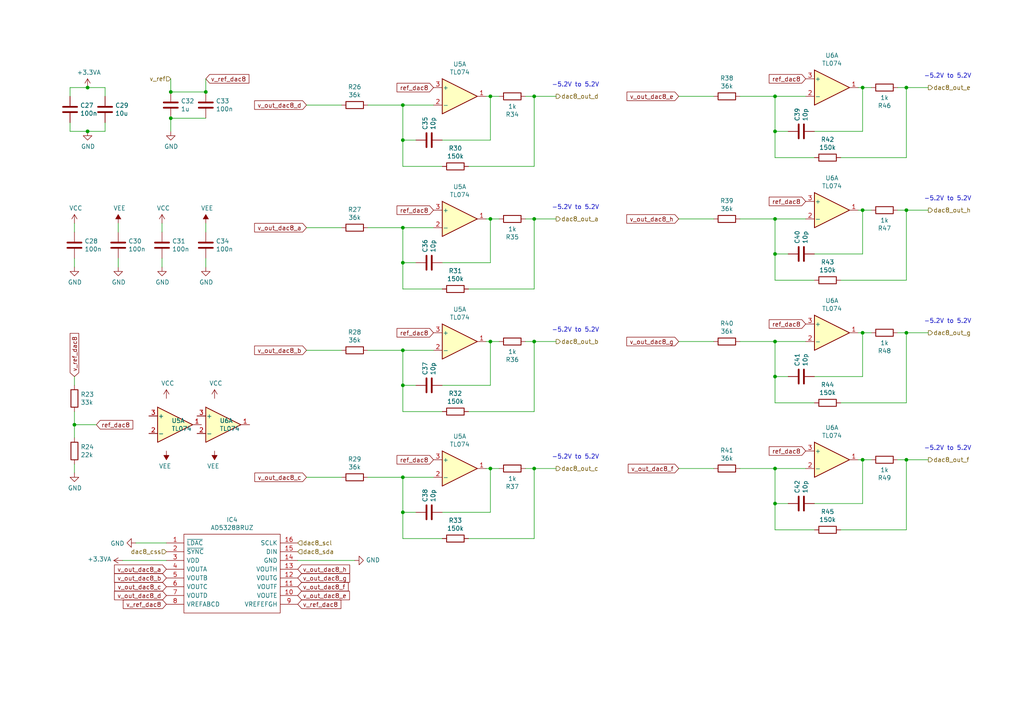
<source format=kicad_sch>
(kicad_sch (version 20211123) (generator eeschema)
  (paper "A4")
  (lib_symbols
    (symbol "AD5328BRUZ:AD5328BRUZ" (pin_names (offset 0.762))
      (property "Reference" "IC" (at 34.29 7.62 0))
      (property "Value" "AD5328BRUZ" (at 34.29 5.08 0))
      (symbol "AD5328BRUZ_0_0"
        (pin passive line (at 0 0 0) (length 5.08) (name "~{LDAC}") (number "1"))
        (pin passive line (at 38.1 -15.24 180) (length 5.08) (name "VOUTE") (number "10"))
        (pin passive line (at 38.1 -12.7 180) (length 5.08) (name "VOUTF") (number "11"))
        (pin passive line (at 38.1 -10.16 180) (length 5.08) (name "VOUTG") (number "12"))
        (pin passive line (at 38.1 -7.62 180) (length 5.08) (name "VOUTH") (number "13"))
        (pin passive line (at 38.1 -5.08 180) (length 5.08) (name "GND") (number "14"))
        (pin passive line (at 38.1 -2.54 180) (length 5.08) (name "DIN") (number "15"))
        (pin passive line (at 38.1 0 180) (length 5.08) (name "SCLK") (number "16"))
        (pin passive line (at 0 -2.54 0) (length 5.08) (name "~{SYNC}") (number "2"))
        (pin passive line (at 0 -5.08 0) (length 5.08) (name "VDD") (number "3"))
        (pin passive line (at 0 -7.62 0) (length 5.08) (name "VOUTA") (number "4"))
        (pin passive line (at 0 -10.16 0) (length 5.08) (name "VOUTB") (number "5"))
        (pin passive line (at 0 -12.7 0) (length 5.08) (name "VOUTC") (number "6"))
        (pin passive line (at 0 -15.24 0) (length 5.08) (name "VOUTD") (number "7"))
        (pin passive line (at 0 -17.78 0) (length 5.08) (name "VREFABCD") (number "8"))
        (pin passive line (at 38.1 -17.78 180) (length 5.08) (name "VREFEFGH") (number "9"))
      )
      (symbol "AD5328BRUZ_0_1"
        (polyline (pts (xy 5.08 2.54) (xy 33.02 2.54) (xy 33.02 -20.32) (xy 5.08 -20.32) (xy 5.08 2.54)) (stroke (width 0.1524)))
      )
    )
    (symbol "Amplifier_Operational:TL074" (pin_names (offset 0.127))
      (property "Reference" "U" (at 0 5.08 0))
      (property "Value" "TL074" (at 0 -5.08 0))
      (symbol "TL074_1_1"
        (polyline (pts (xy -5.08 5.08) (xy 5.08 0) (xy -5.08 -5.08) (xy -5.08 5.08)) (stroke (width 0.254)) (fill (type background)))
        (pin output line (at 7.62 0 180) (length 2.54) (name "~") (number "1"))
        (pin input line (at -7.62 -2.54 0) (length 2.54) (name "-") (number "2"))
        (pin input line (at -7.62 2.54 0) (length 2.54) (name "+") (number "3"))
      )
      (symbol "TL074_2_1"
        (polyline (pts (xy -5.08 5.08) (xy 5.08 0) (xy -5.08 -5.08) (xy -5.08 5.08)) (stroke (width 0.254)) (fill (type background)))
        (pin input line (at -7.62 2.54 0) (length 2.54) (name "+") (number "5"))
        (pin input line (at -7.62 -2.54 0) (length 2.54) (name "-") (number "6"))
        (pin output line (at 7.62 0 180) (length 2.54) (name "~") (number "7"))
      )
      (symbol "TL074_3_1"
        (polyline (pts (xy -5.08 5.08) (xy 5.08 0) (xy -5.08 -5.08) (xy -5.08 5.08)) (stroke (width 0.254)) (fill (type background)))
        (pin input line (at -7.62 2.54 0) (length 2.54) (name "+") (number "10"))
        (pin output line (at 7.62 0 180) (length 2.54) (name "~") (number "8"))
        (pin input line (at -7.62 -2.54 0) (length 2.54) (name "-") (number "9"))
      )
      (symbol "TL074_4_1"
        (polyline (pts (xy -5.08 5.08) (xy 5.08 0) (xy -5.08 -5.08) (xy -5.08 5.08)) (stroke (width 0.254)) (fill (type background)))
        (pin input line (at -7.62 2.54 0) (length 2.54) (name "+") (number "12"))
        (pin input line (at -7.62 -2.54 0) (length 2.54) (name "-") (number "13"))
        (pin output line (at 7.62 0 180) (length 2.54) (name "~") (number "14"))
      )
      (symbol "TL074_5_1"
        (pin power_in line (at -2.54 -7.62 90) (length 3.81) (name "V-") (number "11"))
        (pin power_in line (at -2.54 7.62 270) (length 3.81) (name "V+") (number "4"))
      )
    )
    (symbol "Device:C" (pin_numbers hide) (pin_names (offset 0.254))
      (property "Reference" "C" (at 0.635 2.54 0))
      (property "Value" "C" (at 0.635 -2.54 0))
      (symbol "C_0_1"
        (polyline (pts (xy -2.032 -0.762) (xy 2.032 -0.762)) (stroke (width 0.508)))
        (polyline (pts (xy -2.032 0.762) (xy 2.032 0.762)) (stroke (width 0.508)))
      )
      (symbol "C_1_1"
        (pin passive line (at 0 3.81 270) (length 2.794) (name "~") (number "1"))
        (pin passive line (at 0 -3.81 90) (length 2.794) (name "~") (number "2"))
      )
    )
    (symbol "Device:R" (pin_numbers hide) (pin_names (offset 0))
      (property "Reference" "R" (at 2.032 0 90))
      (property "Value" "R" (at 0 0 90))
      (symbol "R_0_1"
        (rectangle (start -1.016 -2.54) (end 1.016 2.54) (stroke (width 0.254)))
      )
      (symbol "R_1_1"
        (pin passive line (at 0 3.81 270) (length 1.27) (name "~") (number "1"))
        (pin passive line (at 0 -3.81 90) (length 1.27) (name "~") (number "2"))
      )
    )
    (symbol "power:+3.3VA" (power) (pin_names (offset 0))
      (property "Value" "+3.3VA" (at 0 3.556 0))
      (symbol "+3.3VA_0_1"
        (polyline (pts (xy -0.762 1.27) (xy 0 2.54)))
        (polyline (pts (xy 0 0) (xy 0 2.54)))
        (polyline (pts (xy 0 2.54) (xy 0.762 1.27)))
      )
      (symbol "+3.3VA_1_1"
        (pin power_in line (at 0 0 90) (length 0) hide (name "+3.3VA") (number "1"))
      )
    )
    (symbol "power:GND" (power) (pin_names (offset 0))
      (property "Value" "GND" (at 0 -3.81 0))
      (symbol "GND_0_1"
        (polyline (pts (xy 0 0) (xy 0 -1.27) (xy 1.27 -1.27) (xy 0 -2.54) (xy -1.27 -1.27) (xy 0 -1.27)))
      )
      (symbol "GND_1_1"
        (pin power_in line (at 0 0 270) (length 0) hide (name "GND") (number "1"))
      )
    )
    (symbol "power:VCC" (power) (pin_names (offset 0))
      (property "Value" "VCC" (at 0 3.81 0))
      (symbol "VCC_0_1"
        (polyline (pts (xy -0.762 1.27) (xy 0 2.54)))
        (polyline (pts (xy 0 0) (xy 0 2.54)))
        (polyline (pts (xy 0 2.54) (xy 0.762 1.27)))
      )
      (symbol "VCC_1_1"
        (pin power_in line (at 0 0 90) (length 0) hide (name "VCC") (number "1"))
      )
    )
    (symbol "power:VEE" (power) (pin_names (offset 0))
      (property "Value" "VEE" (at 0 3.81 0))
      (symbol "VEE_0_1"
        (polyline (pts (xy 0 0) (xy 0 2.54)))
        (polyline (pts (xy 0.762 1.27) (xy -0.762 1.27) (xy 0 2.54) (xy 0.762 1.27)) (fill (type outline)))
      )
      (symbol "VEE_1_1"
        (pin power_in line (at 0 0 90) (length 0) hide (name "VEE") (number "1"))
      )
    )
  )
  (junction (at 154.94 63.5))
  (junction (at 116.84 66.04))
  (junction (at 25.4 25.4))
  (junction (at 224.79 38.1))
  (junction (at 25.4 38.1))
  (junction (at 154.94 27.94))
  (junction (at 21.59 123.19))
  (junction (at 142.24 27.94))
  (junction (at 154.94 135.89))
  (junction (at 250.19 25.4))
  (junction (at 116.84 111.76))
  (junction (at 142.24 135.89))
  (junction (at 116.84 148.59))
  (junction (at 154.94 99.06))
  (junction (at 142.24 99.06))
  (junction (at 142.24 63.5))
  (junction (at 116.84 138.43))
  (junction (at 59.69 26.67))
  (junction (at 49.53 26.67))
  (junction (at 250.19 60.96))
  (junction (at 224.79 146.05))
  (junction (at 262.89 96.52))
  (junction (at 224.79 27.94))
  (junction (at 224.79 63.5))
  (junction (at 224.79 73.66))
  (junction (at 250.19 96.52))
  (junction (at 262.89 25.4))
  (junction (at 116.84 40.64))
  (junction (at 224.79 109.22))
  (junction (at 224.79 135.89))
  (junction (at 116.84 76.2))
  (junction (at 116.84 30.48))
  (junction (at 262.89 60.96))
  (junction (at 250.19 133.35))
  (junction (at 262.89 133.35))
  (junction (at 116.84 101.6))
  (junction (at 224.79 99.06))
  (junction (at 49.53 34.29))
  (wire (pts (xy 236.22 116.84) (xy 224.79 116.84)))
  (wire (pts (xy 116.84 40.64) (xy 116.84 48.26)))
  (wire (pts (xy 46.99 67.31) (xy 46.99 64.77)))
  (wire (pts (xy 252.73 60.96) (xy 250.19 60.96)))
  (wire (pts (xy 224.79 63.5) (xy 233.68 63.5)))
  (wire (pts (xy 142.24 63.5) (xy 140.97 63.5)))
  (wire (pts (xy 262.89 116.84) (xy 243.84 116.84)))
  (wire (pts (xy 154.94 27.94) (xy 154.94 48.26)))
  (wire (pts (xy 224.79 27.94) (xy 233.68 27.94)))
  (wire (pts (xy 152.4 63.5) (xy 154.94 63.5)))
  (wire (pts (xy 236.22 73.66) (xy 250.19 73.66)))
  (wire (pts (xy 99.06 101.6) (xy 88.9 101.6)))
  (wire (pts (xy 260.35 25.4) (xy 262.89 25.4)))
  (wire (pts (xy 99.06 138.43) (xy 88.9 138.43)))
  (wire (pts (xy 252.73 133.35) (xy 250.19 133.35)))
  (wire (pts (xy 116.84 66.04) (xy 116.84 76.2)))
  (wire (pts (xy 154.94 135.89) (xy 161.29 135.89)))
  (wire (pts (xy 250.19 60.96) (xy 248.92 60.96)))
  (wire (pts (xy 224.79 73.66) (xy 224.79 81.28)))
  (wire (pts (xy 21.59 123.19) (xy 21.59 119.38)))
  (wire (pts (xy 207.01 63.5) (xy 196.85 63.5)))
  (wire (pts (xy 154.94 99.06) (xy 161.29 99.06)))
  (wire (pts (xy 99.06 30.48) (xy 88.9 30.48)))
  (wire (pts (xy 224.79 73.66) (xy 228.6 73.66)))
  (wire (pts (xy 236.22 81.28) (xy 224.79 81.28)))
  (wire (pts (xy 116.84 138.43) (xy 116.84 148.59)))
  (wire (pts (xy 128.27 40.64) (xy 142.24 40.64)))
  (wire (pts (xy 154.94 48.26) (xy 135.89 48.26)))
  (wire (pts (xy 262.89 45.72) (xy 243.84 45.72)))
  (wire (pts (xy 250.19 38.1) (xy 250.19 25.4)))
  (wire (pts (xy 49.53 34.29) (xy 59.69 34.29)))
  (wire (pts (xy 224.79 109.22) (xy 228.6 109.22)))
  (wire (pts (xy 262.89 133.35) (xy 262.89 153.67)))
  (wire (pts (xy 224.79 99.06) (xy 233.68 99.06)))
  (wire (pts (xy 46.99 77.47) (xy 46.99 74.93)))
  (wire (pts (xy 21.59 109.22) (xy 21.59 111.76)))
  (wire (pts (xy 224.79 99.06) (xy 224.79 109.22)))
  (wire (pts (xy 236.22 109.22) (xy 250.19 109.22)))
  (wire (pts (xy 116.84 138.43) (xy 125.73 138.43)))
  (wire (pts (xy 250.19 96.52) (xy 248.92 96.52)))
  (wire (pts (xy 154.94 63.5) (xy 161.29 63.5)))
  (wire (pts (xy 21.59 67.31) (xy 21.59 64.77)))
  (wire (pts (xy 152.4 27.94) (xy 154.94 27.94)))
  (wire (pts (xy 128.27 83.82) (xy 116.84 83.82)))
  (wire (pts (xy 128.27 119.38) (xy 116.84 119.38)))
  (wire (pts (xy 144.78 99.06) (xy 142.24 99.06)))
  (wire (pts (xy 25.4 25.4) (xy 20.32 25.4)))
  (wire (pts (xy 116.84 76.2) (xy 120.65 76.2)))
  (wire (pts (xy 236.22 38.1) (xy 250.19 38.1)))
  (wire (pts (xy 224.79 135.89) (xy 233.68 135.89)))
  (wire (pts (xy 59.69 22.86) (xy 59.69 26.67)))
  (wire (pts (xy 262.89 81.28) (xy 243.84 81.28)))
  (wire (pts (xy 260.35 133.35) (xy 262.89 133.35)))
  (wire (pts (xy 116.84 66.04) (xy 125.73 66.04)))
  (wire (pts (xy 34.29 77.47) (xy 34.29 74.93)))
  (wire (pts (xy 224.79 135.89) (xy 224.79 146.05)))
  (wire (pts (xy 262.89 96.52) (xy 262.89 116.84)))
  (wire (pts (xy 252.73 96.52) (xy 250.19 96.52)))
  (wire (pts (xy 152.4 135.89) (xy 154.94 135.89)))
  (wire (pts (xy 116.84 101.6) (xy 125.73 101.6)))
  (wire (pts (xy 21.59 127) (xy 21.59 123.19)))
  (wire (pts (xy 250.19 25.4) (xy 248.92 25.4)))
  (wire (pts (xy 224.79 38.1) (xy 228.6 38.1)))
  (wire (pts (xy 142.24 148.59) (xy 142.24 135.89)))
  (wire (pts (xy 34.29 67.31) (xy 34.29 64.77)))
  (wire (pts (xy 236.22 153.67) (xy 224.79 153.67)))
  (wire (pts (xy 49.53 26.67) (xy 59.69 26.67)))
  (wire (pts (xy 39.37 157.48) (xy 48.26 157.48)))
  (wire (pts (xy 116.84 30.48) (xy 125.73 30.48)))
  (wire (pts (xy 250.19 133.35) (xy 248.92 133.35)))
  (wire (pts (xy 142.24 27.94) (xy 140.97 27.94)))
  (wire (pts (xy 144.78 135.89) (xy 142.24 135.89)))
  (wire (pts (xy 214.63 63.5) (xy 224.79 63.5)))
  (wire (pts (xy 224.79 38.1) (xy 224.79 45.72)))
  (wire (pts (xy 152.4 99.06) (xy 154.94 99.06)))
  (wire (pts (xy 214.63 135.89) (xy 224.79 135.89)))
  (wire (pts (xy 49.53 22.86) (xy 49.53 26.67)))
  (wire (pts (xy 142.24 40.64) (xy 142.24 27.94)))
  (wire (pts (xy 106.68 101.6) (xy 116.84 101.6)))
  (wire (pts (xy 142.24 99.06) (xy 140.97 99.06)))
  (wire (pts (xy 35.56 162.56) (xy 48.26 162.56)))
  (wire (pts (xy 262.89 133.35) (xy 269.24 133.35)))
  (wire (pts (xy 86.36 162.56) (xy 102.87 162.56)))
  (wire (pts (xy 250.19 109.22) (xy 250.19 96.52)))
  (wire (pts (xy 25.4 25.4) (xy 30.48 25.4)))
  (wire (pts (xy 142.24 135.89) (xy 140.97 135.89)))
  (wire (pts (xy 224.79 109.22) (xy 224.79 116.84)))
  (wire (pts (xy 154.94 156.21) (xy 135.89 156.21)))
  (wire (pts (xy 116.84 148.59) (xy 116.84 156.21)))
  (wire (pts (xy 207.01 135.89) (xy 196.85 135.89)))
  (wire (pts (xy 224.79 63.5) (xy 224.79 73.66)))
  (wire (pts (xy 252.73 25.4) (xy 250.19 25.4)))
  (wire (pts (xy 260.35 96.52) (xy 262.89 96.52)))
  (wire (pts (xy 116.84 40.64) (xy 120.65 40.64)))
  (wire (pts (xy 262.89 96.52) (xy 269.24 96.52)))
  (wire (pts (xy 128.27 111.76) (xy 142.24 111.76)))
  (wire (pts (xy 224.79 146.05) (xy 228.6 146.05)))
  (wire (pts (xy 59.69 77.47) (xy 59.69 74.93)))
  (wire (pts (xy 262.89 25.4) (xy 269.24 25.4)))
  (wire (pts (xy 154.94 135.89) (xy 154.94 156.21)))
  (wire (pts (xy 106.68 66.04) (xy 116.84 66.04)))
  (wire (pts (xy 30.48 25.4) (xy 30.48 27.94)))
  (wire (pts (xy 59.69 67.31) (xy 59.69 64.77)))
  (wire (pts (xy 144.78 27.94) (xy 142.24 27.94)))
  (wire (pts (xy 250.19 146.05) (xy 250.19 133.35)))
  (wire (pts (xy 106.68 138.43) (xy 116.84 138.43)))
  (wire (pts (xy 116.84 148.59) (xy 120.65 148.59)))
  (wire (pts (xy 21.59 77.47) (xy 21.59 74.93)))
  (wire (pts (xy 116.84 101.6) (xy 116.84 111.76)))
  (wire (pts (xy 262.89 25.4) (xy 262.89 45.72)))
  (wire (pts (xy 262.89 153.67) (xy 243.84 153.67)))
  (wire (pts (xy 154.94 119.38) (xy 135.89 119.38)))
  (wire (pts (xy 99.06 66.04) (xy 88.9 66.04)))
  (wire (pts (xy 128.27 156.21) (xy 116.84 156.21)))
  (wire (pts (xy 214.63 99.06) (xy 224.79 99.06)))
  (wire (pts (xy 116.84 30.48) (xy 116.84 40.64)))
  (wire (pts (xy 25.4 38.1) (xy 30.48 38.1)))
  (wire (pts (xy 20.32 38.1) (xy 20.32 35.56)))
  (wire (pts (xy 142.24 111.76) (xy 142.24 99.06)))
  (wire (pts (xy 49.53 34.29) (xy 49.53 38.1)))
  (wire (pts (xy 142.24 76.2) (xy 142.24 63.5)))
  (wire (pts (xy 262.89 60.96) (xy 262.89 81.28)))
  (wire (pts (xy 116.84 76.2) (xy 116.84 83.82)))
  (wire (pts (xy 30.48 38.1) (xy 30.48 35.56)))
  (wire (pts (xy 128.27 148.59) (xy 142.24 148.59)))
  (wire (pts (xy 116.84 111.76) (xy 120.65 111.76)))
  (wire (pts (xy 154.94 83.82) (xy 135.89 83.82)))
  (wire (pts (xy 25.4 38.1) (xy 20.32 38.1)))
  (wire (pts (xy 250.19 73.66) (xy 250.19 60.96)))
  (wire (pts (xy 214.63 27.94) (xy 224.79 27.94)))
  (wire (pts (xy 128.27 76.2) (xy 142.24 76.2)))
  (wire (pts (xy 116.84 111.76) (xy 116.84 119.38)))
  (wire (pts (xy 144.78 63.5) (xy 142.24 63.5)))
  (wire (pts (xy 154.94 27.94) (xy 161.29 27.94)))
  (wire (pts (xy 21.59 123.19) (xy 27.94 123.19)))
  (wire (pts (xy 224.79 27.94) (xy 224.79 38.1)))
  (wire (pts (xy 262.89 60.96) (xy 269.24 60.96)))
  (wire (pts (xy 154.94 63.5) (xy 154.94 83.82)))
  (wire (pts (xy 236.22 45.72) (xy 224.79 45.72)))
  (wire (pts (xy 154.94 99.06) (xy 154.94 119.38)))
  (wire (pts (xy 260.35 60.96) (xy 262.89 60.96)))
  (wire (pts (xy 207.01 27.94) (xy 196.85 27.94)))
  (wire (pts (xy 20.32 25.4) (xy 20.32 27.94)))
  (wire (pts (xy 207.01 99.06) (xy 196.85 99.06)))
  (wire (pts (xy 236.22 146.05) (xy 250.19 146.05)))
  (wire (pts (xy 106.68 30.48) (xy 116.84 30.48)))
  (wire (pts (xy 21.59 134.62) (xy 21.59 137.16)))
  (wire (pts (xy 128.27 48.26) (xy 116.84 48.26)))
  (wire (pts (xy 224.79 146.05) (xy 224.79 153.67)))
  (text "-5.2V to 5.2V" (at 160.02 133.35 0) (effects (font (size 1.27 1.27)) (justify left bottom)))
  (text "-5.2V to 5.2V" (at 160.02 96.52 0) (effects (font (size 1.27 1.27)) (justify left bottom)))
  (text "-5.2V to 5.2V" (at 160.02 60.96 0) (effects (font (size 1.27 1.27)) (justify left bottom)))
  (text "-5.2V to 5.2V" (at 267.97 93.98 0) (effects (font (size 1.27 1.27)) (justify left bottom)))
  (text "-5.2V to 5.2V" (at 267.97 130.81 0) (effects (font (size 1.27 1.27)) (justify left bottom)))
  (text "-5.2V to 5.2V" (at 267.97 22.86 0) (effects (font (size 1.27 1.27)) (justify left bottom)))
  (text "-5.2V to 5.2V" (at 160.02 25.4 0) (effects (font (size 1.27 1.27)) (justify left bottom)))
  (text "-5.2V to 5.2V" (at 267.97 58.42 0) (effects (font (size 1.27 1.27)) (justify left bottom)))
  (global_label "v_out_dac8_c" (shape input) (at 88.9 138.43 180) (property "Intersheet References" "${INTERSHEET_REFS}" (effects hide)))
  (global_label "v_out_dac8_g" (shape input) (at 86.36 167.64 0) (property "Intersheet References" "${INTERSHEET_REFS}" (effects hide)))
  (global_label "v_out_dac8_a" (shape input) (at 48.26 165.1 180) (property "Intersheet References" "${INTERSHEET_REFS}" (effects hide)))
  (global_label "v_out_dac8_e" (shape input) (at 196.85 27.94 180) (property "Intersheet References" "${INTERSHEET_REFS}" (effects hide)))
  (global_label "v_ref_dac8" (shape input) (at 86.36 175.26 0) (property "Intersheet References" "${INTERSHEET_REFS}" (effects hide)))
  (global_label "v_out_dac8_b" (shape input) (at 48.26 167.64 180) (property "Intersheet References" "${INTERSHEET_REFS}" (effects hide)))
  (global_label "v_out_dac8_b" (shape input) (at 88.9 101.6 180) (property "Intersheet References" "${INTERSHEET_REFS}" (effects hide)))
  (global_label "ref_dac8" (shape input) (at 125.73 133.35 180) (property "Intersheet References" "${INTERSHEET_REFS}" (effects hide)))
  (global_label "v_out_dac8_d" (shape input) (at 88.9 30.48 180) (property "Intersheet References" "${INTERSHEET_REFS}" (effects hide)))
  (global_label "ref_dac8" (shape input) (at 233.68 130.81 180) (property "Intersheet References" "${INTERSHEET_REFS}" (effects hide)))
  (global_label "v_out_dac8_a" (shape input) (at 88.9 66.04 180) (property "Intersheet References" "${INTERSHEET_REFS}" (effects hide)))
  (global_label "ref_dac8" (shape input) (at 233.68 58.42 180) (property "Intersheet References" "${INTERSHEET_REFS}" (effects hide)))
  (global_label "ref_dac8" (shape input) (at 233.68 93.98 180) (property "Intersheet References" "${INTERSHEET_REFS}" (effects hide)))
  (global_label "ref_dac8" (shape input) (at 125.73 60.96 180) (property "Intersheet References" "${INTERSHEET_REFS}" (effects hide)))
  (global_label "ref_dac8" (shape input) (at 125.73 96.52 180) (property "Intersheet References" "${INTERSHEET_REFS}" (effects hide)))
  (global_label "v_out_dac8_c" (shape input) (at 48.26 170.18 180) (property "Intersheet References" "${INTERSHEET_REFS}" (effects hide)))
  (global_label "ref_dac8" (shape input) (at 233.68 22.86 180) (property "Intersheet References" "${INTERSHEET_REFS}" (effects hide)))
  (global_label "v_out_dac8_e" (shape input) (at 86.36 172.72 0) (property "Intersheet References" "${INTERSHEET_REFS}" (effects hide)))
  (global_label "v_out_dac8_f" (shape input) (at 86.36 170.18 0) (property "Intersheet References" "${INTERSHEET_REFS}" (effects hide)))
  (global_label "v_ref_dac8" (shape input) (at 48.26 175.26 180) (property "Intersheet References" "${INTERSHEET_REFS}" (effects hide)))
  (global_label "v_out_dac8_h" (shape input) (at 196.85 63.5 180) (property "Intersheet References" "${INTERSHEET_REFS}" (effects hide)))
  (global_label "ref_dac8" (shape input) (at 125.73 25.4 180) (property "Intersheet References" "${INTERSHEET_REFS}" (effects hide)))
  (global_label "v_ref_dac8" (shape input) (at 59.69 22.86 0) (property "Intersheet References" "${INTERSHEET_REFS}" (effects hide)))
  (global_label "v_out_dac8_g" (shape input) (at 196.85 99.06 180) (property "Intersheet References" "${INTERSHEET_REFS}" (effects hide)))
  (global_label "v_out_dac8_d" (shape input) (at 48.26 172.72 180) (property "Intersheet References" "${INTERSHEET_REFS}" (effects hide)))
  (global_label "v_out_dac8_f" (shape input) (at 196.85 135.89 180) (property "Intersheet References" "${INTERSHEET_REFS}" (effects hide)))
  (global_label "v_out_dac8_h" (shape input) (at 86.36 165.1 0) (property "Intersheet References" "${INTERSHEET_REFS}" (effects hide)))
  (global_label "v_ref_dac8" (shape input) (at 21.59 109.22 90) (property "Intersheet References" "${INTERSHEET_REFS}" (effects hide)))
  (global_label "ref_dac8" (shape input) (at 27.94 123.19 0) (property "Intersheet References" "${INTERSHEET_REFS}" (effects hide)))
  (hierarchical_label "dac8_scl" (shape input) (at 86.36 157.48 0))
  (hierarchical_label "dac8_out_e" (shape output) (at 269.24 25.4 0))
  (hierarchical_label "dac8_out_c" (shape output) (at 161.29 135.89 0))
  (hierarchical_label "dac8_css" (shape input) (at 48.26 160.02 180))
  (hierarchical_label "dac8_out_f" (shape output) (at 269.24 133.35 0))
  (hierarchical_label "dac8_out_h" (shape output) (at 269.24 60.96 0))
  (hierarchical_label "dac8_out_b" (shape output) (at 161.29 99.06 0))
  (hierarchical_label "dac8_sda" (shape input) (at 86.36 160.02 0))
  (hierarchical_label "v_ref" (shape input) (at 49.53 22.86 180))
  (hierarchical_label "dac8_out_a" (shape output) (at 161.29 63.5 0))
  (hierarchical_label "dac8_out_g" (shape output) (at 269.24 96.52 0))
  (hierarchical_label "dac8_out_d" (shape output) (at 161.29 27.94 0))
  (symbol (lib_id "power:+3.3VA") (at 35.56 162.56 90) (unit 1)
    (property "Reference" "#PWR0124" (effects hide))
    (property "Value" "+3.3VA" (at 32.3342 162.179 90) (effects (justify left)))
  )
  (symbol (lib_id "power:GND") (at 39.37 157.48 270)
    (property "Reference" "#PWR0127" (effects hide))
    (property "Value" "GND" (at 36.1188 157.607 90) (effects (justify right)))
  )
  (symbol (lib_id "power:GND") (at 102.87 162.56 90)
    (property "Reference" "#PWR0138" (effects hide))
    (property "Value" "GND" (at 106.1212 162.433 90) (effects (justify right)))
  )
  (symbol (lib_id "Device:C") (at 124.46 40.64 270)
    (property "Reference" "C35" (at 123.2916 37.719 0) (effects (justify right)))
    (property "Value" "10p" (at 125.603 37.719 0) (effects (justify right)))
    (property "Footprint" "Capacitor_SMD:C_0603_1608Metric" (effects hide))
    (property "LCSC Part #" "C1634" (effects hide))
    (property "LCSC" "C1634" (effects hide))
  )
  (symbol (lib_id "Device:R") (at 132.08 83.82 270)
    (property "Reference" "R31" (at 132.08 78.5622 90))
    (property "Value" "150k" (at 132.08 80.8736 90))
    (property "Footprint" "Resistor_SMD:R_0603_1608Metric" (effects hide))
    (property "LCSC Part #" "C22807" (effects hide))
    (property "LCSC" "C22807" (effects hide))
  )
  (symbol (lib_id "Device:C") (at 124.46 76.2 270)
    (property "Reference" "C36" (at 123.2916 73.279 0) (effects (justify right)))
    (property "Value" "10p" (at 125.603 73.279 0) (effects (justify right)))
    (property "Footprint" "Capacitor_SMD:C_0603_1608Metric" (effects hide))
    (property "LCSC Part #" "C1634" (effects hide))
    (property "LCSC" "C1634" (effects hide))
  )
  (symbol (lib_id "Device:R") (at 132.08 119.38 270)
    (property "Reference" "R32" (at 132.08 114.1222 90))
    (property "Value" "150k" (at 132.08 116.4336 90))
    (property "Footprint" "Resistor_SMD:R_0603_1608Metric" (effects hide))
    (property "LCSC Part #" "C22807" (effects hide))
    (property "LCSC" "C22807" (effects hide))
  )
  (symbol (lib_id "Device:C") (at 124.46 111.76 270)
    (property "Reference" "C37" (at 123.2916 108.839 0) (effects (justify right)))
    (property "Value" "10p" (at 125.603 108.839 0) (effects (justify right)))
    (property "Footprint" "Capacitor_SMD:C_0603_1608Metric" (effects hide))
    (property "LCSC Part #" "C1634" (effects hide))
    (property "LCSC" "C1634" (effects hide))
  )
  (symbol (lib_id "Device:R") (at 132.08 156.21 270)
    (property "Reference" "R33" (at 132.08 150.9522 90))
    (property "Value" "150k" (at 132.08 153.2636 90))
    (property "Footprint" "Resistor_SMD:R_0603_1608Metric" (effects hide))
    (property "LCSC Part #" "C22807" (effects hide))
    (property "LCSC" "C22807" (effects hide))
  )
  (symbol (lib_id "Device:C") (at 124.46 148.59 270)
    (property "Reference" "C38" (at 123.2916 145.669 0) (effects (justify right)))
    (property "Value" "10p" (at 125.603 145.669 0) (effects (justify right)))
    (property "Footprint" "Capacitor_SMD:C_0603_1608Metric" (effects hide))
    (property "LCSC Part #" "C1634" (effects hide))
    (property "LCSC" "C1634" (effects hide))
  )
  (symbol (lib_id "Device:R") (at 240.03 45.72 270)
    (property "Reference" "R42" (at 240.03 40.4622 90))
    (property "Value" "150k" (at 240.03 42.7736 90))
    (property "Footprint" "Resistor_SMD:R_0603_1608Metric" (effects hide))
    (property "LCSC Part #" "C22807" (effects hide))
    (property "LCSC" "C22807" (effects hide))
  )
  (symbol (lib_id "Device:C") (at 232.41 38.1 270)
    (property "Reference" "C39" (at 231.2416 35.179 0) (effects (justify right)))
    (property "Value" "10p" (at 233.553 35.179 0) (effects (justify right)))
    (property "Footprint" "Capacitor_SMD:C_0603_1608Metric" (effects hide))
    (property "LCSC Part #" "C1634" (effects hide))
    (property "LCSC" "C1634" (effects hide))
  )
  (symbol (lib_id "Device:R") (at 240.03 81.28 270)
    (property "Reference" "R43" (at 240.03 76.0222 90))
    (property "Value" "150k" (at 240.03 78.3336 90))
    (property "Footprint" "Resistor_SMD:R_0603_1608Metric" (effects hide))
    (property "LCSC Part #" "C22807" (effects hide))
    (property "LCSC" "C22807" (effects hide))
  )
  (symbol (lib_id "Device:C") (at 232.41 73.66 270)
    (property "Reference" "C40" (at 231.2416 70.739 0) (effects (justify right)))
    (property "Value" "10p" (at 233.553 70.739 0) (effects (justify right)))
    (property "Footprint" "Capacitor_SMD:C_0603_1608Metric" (effects hide))
    (property "LCSC Part #" "C1634" (effects hide))
    (property "LCSC" "C1634" (effects hide))
  )
  (symbol (lib_id "Device:R") (at 240.03 116.84 270)
    (property "Reference" "R44" (at 240.03 111.5822 90))
    (property "Value" "150k" (at 240.03 113.8936 90))
    (property "Footprint" "Resistor_SMD:R_0603_1608Metric" (effects hide))
    (property "LCSC Part #" "C22807" (effects hide))
    (property "LCSC" "C22807" (effects hide))
  )
  (symbol (lib_id "Device:C") (at 232.41 109.22 270)
    (property "Reference" "C41" (at 231.2416 106.299 0) (effects (justify right)))
    (property "Value" "10p" (at 233.553 106.299 0) (effects (justify right)))
    (property "Footprint" "Capacitor_SMD:C_0603_1608Metric" (effects hide))
    (property "LCSC Part #" "C1634" (effects hide))
    (property "LCSC" "C1634" (effects hide))
  )
  (symbol (lib_id "Device:R") (at 240.03 153.67 270)
    (property "Reference" "R45" (at 240.03 148.4122 90))
    (property "Value" "150k" (at 240.03 150.7236 90))
    (property "Footprint" "Resistor_SMD:R_0603_1608Metric" (effects hide))
    (property "LCSC Part #" "C22807" (effects hide))
    (property "LCSC" "C22807" (effects hide))
  )
  (symbol (lib_id "Device:C") (at 232.41 146.05 270)
    (property "Reference" "C42" (at 231.2416 143.129 0) (effects (justify right)))
    (property "Value" "10p" (at 233.553 143.129 0) (effects (justify right)))
    (property "Footprint" "Capacitor_SMD:C_0603_1608Metric" (effects hide))
    (property "LCSC Part #" "C1634" (effects hide))
    (property "LCSC" "C1634" (effects hide))
  )
  (symbol (lib_id "power:+3.3VA") (at 25.4 25.4 0)
    (property "Reference" "#PWR0122" (effects hide))
    (property "Value" "+3.3VA" (at 25.781 21.0058 0))
  )
  (symbol (lib_id "power:GND") (at 25.4 38.1 0)
    (property "Reference" "#PWR0123" (effects hide))
    (property "Value" "GND" (at 25.527 42.4942 0))
  )
  (symbol (lib_id "Device:C") (at 30.48 31.75 0)
    (property "Reference" "C29" (at 33.401 30.5816 0) (effects (justify left)))
    (property "Value" "10u" (at 33.401 32.893 0) (effects (justify left)))
    (property "Footprint" "Capacitor_SMD:C_0603_1608Metric" (effects hide))
    (property "LCSC Part #" "C19702" (effects hide))
    (property "LCSC" "C19702" (effects hide))
  )
  (symbol (lib_id "Device:C") (at 20.32 31.75 180)
    (property "Reference" "C27" (at 23.241 30.5816 0) (effects (justify right)))
    (property "Value" "100n" (at 23.241 32.893 0) (effects (justify right)))
    (property "Footprint" "Capacitor_SMD:C_0603_1608Metric" (effects hide))
    (property "LCSC Part #" "C14663" (effects hide))
    (property "LCSC" "C14663" (effects hide))
  )
  (symbol (lib_id "Device:R") (at 102.87 30.48 270)
    (property "Reference" "R26" (at 102.87 25.2222 90))
    (property "Value" "36k" (at 102.87 27.5336 90))
    (property "Footprint" "Resistor_SMD:R_0603_1608Metric" (effects hide))
    (property "LCSC Part #" "C23147" (effects hide))
    (property "LCSC" "C23147" (effects hide))
  )
  (symbol (lib_id "Amplifier_Operational:TL074") (at 133.35 27.94 0)
    (property "Reference" "U5" (at 133.35 18.6182 0))
    (property "Value" "TL074" (at 133.35 20.9296 0))
    (property "Footprint" "Package_SO:TSSOP-14_4.4x5mm_P0.65mm" (effects hide))
    (property "Datasheet" "http://www.ti.com/lit/ds/symlink/tl071.pdf" (effects hide))
    (property "LCSC Part #" "C96507" (effects hide))
    (property "LCSC" "C96507" (effects hide))
  )
  (symbol (lib_id "Device:R") (at 148.59 27.94 270)
    (property "Reference" "R34" (at 148.59 33.1978 90))
    (property "Value" "1k" (at 148.59 30.8864 90))
    (property "Footprint" "Resistor_SMD:R_0603_1608Metric" (effects hide))
    (property "LCSC Part #" "C21190" (effects hide))
    (property "LCSC" "C21190" (effects hide))
  )
  (symbol (lib_id "Device:R") (at 132.08 48.26 270)
    (property "Reference" "R30" (at 132.08 43.0022 90))
    (property "Value" "150k" (at 132.08 45.3136 90))
    (property "Footprint" "Resistor_SMD:R_0603_1608Metric" (effects hide))
    (property "LCSC Part #" "C22807" (effects hide))
    (property "LCSC" "C22807" (effects hide))
  )
  (symbol (lib_id "Device:R") (at 102.87 66.04 270)
    (property "Reference" "R27" (at 102.87 60.7822 90))
    (property "Value" "36k" (at 102.87 63.0936 90))
    (property "Footprint" "Resistor_SMD:R_0603_1608Metric" (effects hide))
    (property "LCSC Part #" "C23147" (effects hide))
    (property "LCSC" "C23147" (effects hide))
  )
  (symbol (lib_id "Amplifier_Operational:TL074") (at 133.35 63.5 0)
    (property "Reference" "U5" (at 133.35 54.1782 0))
    (property "Value" "TL074" (at 133.35 56.4896 0))
    (property "Footprint" "Package_SO:TSSOP-14_4.4x5mm_P0.65mm" (effects hide))
    (property "Datasheet" "http://www.ti.com/lit/ds/symlink/tl071.pdf" (effects hide))
    (property "LCSC Part #" "C96507" (effects hide))
    (property "LCSC" "C96507" (effects hide))
  )
  (symbol (lib_id "Device:R") (at 148.59 63.5 270)
    (property "Reference" "R35" (at 148.59 68.7578 90))
    (property "Value" "1k" (at 148.59 66.4464 90))
    (property "Footprint" "Resistor_SMD:R_0603_1608Metric" (effects hide))
    (property "LCSC Part #" "C21190" (effects hide))
    (property "LCSC" "C21190" (effects hide))
  )
  (symbol (lib_id "Device:R") (at 102.87 101.6 270)
    (property "Reference" "R28" (at 102.87 96.3422 90))
    (property "Value" "36k" (at 102.87 98.6536 90))
    (property "Footprint" "Resistor_SMD:R_0603_1608Metric" (effects hide))
    (property "LCSC Part #" "C23147" (effects hide))
    (property "LCSC" "C23147" (effects hide))
  )
  (symbol (lib_id "Amplifier_Operational:TL074") (at 133.35 99.06 0)
    (property "Reference" "U5" (at 133.35 89.7382 0))
    (property "Value" "TL074" (at 133.35 92.0496 0))
    (property "Footprint" "Package_SO:TSSOP-14_4.4x5mm_P0.65mm" (effects hide))
    (property "Datasheet" "http://www.ti.com/lit/ds/symlink/tl071.pdf" (effects hide))
    (property "LCSC Part #" "C96507" (effects hide))
    (property "LCSC" "C96507" (effects hide))
  )
  (symbol (lib_id "Device:R") (at 148.59 99.06 270)
    (property "Reference" "R36" (at 148.59 104.3178 90))
    (property "Value" "1k" (at 148.59 102.0064 90))
    (property "Footprint" "Resistor_SMD:R_0603_1608Metric" (effects hide))
    (property "LCSC Part #" "C21190" (effects hide))
    (property "LCSC" "C21190" (effects hide))
  )
  (symbol (lib_id "Amplifier_Operational:TL074") (at 50.8 123.19 0)
    (property "Reference" "U5" (at 49.7332 122.0216 0) (effects (justify left)))
    (property "Value" "TL074" (at 49.7332 124.333 0) (effects (justify left)))
    (property "Footprint" "Package_SO:TSSOP-14_4.4x5mm_P0.65mm" (effects hide))
    (property "Datasheet" "http://www.ti.com/lit/ds/symlink/tl071.pdf" (effects hide))
    (property "LCSC Part #" "C96507" (effects hide))
    (property "LCSC" "C96507" (effects hide))
  )
  (symbol (lib_id "Device:R") (at 21.59 130.81 180)
    (property "Reference" "R24" (at 23.368 129.6416 0) (effects (justify right)))
    (property "Value" "22k" (at 23.368 131.953 0) (effects (justify right)))
    (property "Footprint" "Resistor_SMD:R_0603_1608Metric" (effects hide))
    (property "LCSC Part #" "C31850" (effects hide))
    (property "LCSC" "C31850" (effects hide))
  )
  (symbol (lib_id "Device:R") (at 21.59 115.57 0)
    (property "Reference" "R23" (at 23.368 114.4016 0) (effects (justify left)))
    (property "Value" "33k" (at 23.368 116.713 0) (effects (justify left)))
    (property "Footprint" "Resistor_SMD:R_0603_1608Metric" (effects hide))
    (property "LCSC Part #" "C4216" (effects hide))
    (property "LCSC" "C4216" (effects hide))
  )
  (symbol (lib_id "power:GND") (at 21.59 137.16 0)
    (property "Reference" "#PWR0121" (effects hide))
    (property "Value" "GND" (at 21.717 141.5542 0))
  )
  (symbol (lib_id "Device:C") (at 21.59 71.12 180)
    (property "Reference" "C28" (at 24.511 69.9516 0) (effects (justify right)))
    (property "Value" "100n" (at 24.511 72.263 0) (effects (justify right)))
    (property "Footprint" "Capacitor_SMD:C_0603_1608Metric" (effects hide))
    (property "LCSC Part #" "C14663" (effects hide))
    (property "LCSC" "C14663" (effects hide))
  )
  (symbol (lib_id "power:GND") (at 21.59 77.47 0)
    (property "Reference" "#PWR0120" (effects hide))
    (property "Value" "GND" (at 21.717 81.8642 0))
  )
  (symbol (lib_id "Device:C") (at 34.29 71.12 180)
    (property "Reference" "C30" (at 37.211 69.9516 0) (effects (justify right)))
    (property "Value" "100n" (at 37.211 72.263 0) (effects (justify right)))
    (property "Footprint" "Capacitor_SMD:C_0603_1608Metric" (effects hide))
    (property "LCSC Part #" "C14663" (effects hide))
    (property "LCSC" "C14663" (effects hide))
  )
  (symbol (lib_id "power:GND") (at 34.29 77.47 0)
    (property "Reference" "#PWR0126" (effects hide))
    (property "Value" "GND" (at 34.417 81.8642 0))
  )
  (symbol (lib_id "Device:R") (at 102.87 138.43 270)
    (property "Reference" "R29" (at 102.87 133.1722 90))
    (property "Value" "36k" (at 102.87 135.4836 90))
    (property "Footprint" "Resistor_SMD:R_0603_1608Metric" (effects hide))
    (property "LCSC Part #" "C23147" (effects hide))
    (property "LCSC" "C23147" (effects hide))
  )
  (symbol (lib_id "Amplifier_Operational:TL074") (at 133.35 135.89 0)
    (property "Reference" "U5" (at 133.35 126.5682 0))
    (property "Value" "TL074" (at 133.35 128.8796 0))
    (property "Footprint" "Package_SO:TSSOP-14_4.4x5mm_P0.65mm" (effects hide))
    (property "Datasheet" "http://www.ti.com/lit/ds/symlink/tl071.pdf" (effects hide))
    (property "LCSC Part #" "C96507" (effects hide))
    (property "LCSC" "C96507" (effects hide))
  )
  (symbol (lib_id "Device:R") (at 148.59 135.89 270)
    (property "Reference" "R37" (at 148.59 141.1478 90))
    (property "Value" "1k" (at 148.59 138.8364 90))
    (property "Footprint" "Resistor_SMD:R_0603_1608Metric" (effects hide))
    (property "LCSC Part #" "C21190" (effects hide))
    (property "LCSC" "C21190" (effects hide))
  )
  (symbol (lib_id "Device:R") (at 210.82 27.94 270)
    (property "Reference" "R38" (at 210.82 22.6822 90))
    (property "Value" "36k" (at 210.82 24.9936 90))
    (property "Footprint" "Resistor_SMD:R_0603_1608Metric" (effects hide))
    (property "LCSC Part #" "C23147" (effects hide))
    (property "LCSC" "C23147" (effects hide))
  )
  (symbol (lib_id "Amplifier_Operational:TL074") (at 241.3 25.4 0)
    (property "Reference" "U6" (at 241.3 16.0782 0))
    (property "Value" "TL074" (at 241.3 18.3896 0))
    (property "Footprint" "Package_SO:TSSOP-14_4.4x5mm_P0.65mm" (effects hide))
    (property "Datasheet" "http://www.ti.com/lit/ds/symlink/tl071.pdf" (effects hide))
    (property "LCSC Part #" "C96507" (effects hide))
    (property "LCSC" "C96507" (effects hide))
  )
  (symbol (lib_id "Device:R") (at 256.54 25.4 270)
    (property "Reference" "R46" (at 256.54 30.6578 90))
    (property "Value" "1k" (at 256.54 28.3464 90))
    (property "Footprint" "Resistor_SMD:R_0603_1608Metric" (effects hide))
    (property "LCSC Part #" "C21190" (effects hide))
    (property "LCSC" "C21190" (effects hide))
  )
  (symbol (lib_id "Device:R") (at 210.82 63.5 270)
    (property "Reference" "R39" (at 210.82 58.2422 90))
    (property "Value" "36k" (at 210.82 60.5536 90))
    (property "Footprint" "Resistor_SMD:R_0603_1608Metric" (effects hide))
    (property "LCSC Part #" "C23147" (effects hide))
    (property "LCSC" "C23147" (effects hide))
  )
  (symbol (lib_id "Amplifier_Operational:TL074") (at 241.3 60.96 0)
    (property "Reference" "U6" (at 241.3 51.6382 0))
    (property "Value" "TL074" (at 241.3 53.9496 0))
    (property "Footprint" "Package_SO:TSSOP-14_4.4x5mm_P0.65mm" (effects hide))
    (property "Datasheet" "http://www.ti.com/lit/ds/symlink/tl071.pdf" (effects hide))
    (property "LCSC Part #" "C96507" (effects hide))
    (property "LCSC" "C96507" (effects hide))
  )
  (symbol (lib_id "Device:R") (at 256.54 60.96 270)
    (property "Reference" "R47" (at 256.54 66.2178 90))
    (property "Value" "1k" (at 256.54 63.9064 90))
    (property "Footprint" "Resistor_SMD:R_0603_1608Metric" (effects hide))
    (property "LCSC Part #" "C21190" (effects hide))
    (property "LCSC" "C21190" (effects hide))
  )
  (symbol (lib_id "Device:R") (at 210.82 99.06 270)
    (property "Reference" "R40" (at 210.82 93.8022 90))
    (property "Value" "36k" (at 210.82 96.1136 90))
    (property "Footprint" "Resistor_SMD:R_0603_1608Metric" (effects hide))
    (property "LCSC Part #" "C23147" (effects hide))
    (property "LCSC" "C23147" (effects hide))
  )
  (symbol (lib_id "Amplifier_Operational:TL074") (at 241.3 96.52 0)
    (property "Reference" "U6" (at 241.3 87.1982 0))
    (property "Value" "TL074" (at 241.3 89.5096 0))
    (property "Footprint" "Package_SO:TSSOP-14_4.4x5mm_P0.65mm" (effects hide))
    (property "Datasheet" "http://www.ti.com/lit/ds/symlink/tl071.pdf" (effects hide))
    (property "LCSC Part #" "C96507" (effects hide))
    (property "LCSC" "C96507" (effects hide))
  )
  (symbol (lib_id "Device:R") (at 256.54 96.52 270)
    (property "Reference" "R48" (at 256.54 101.7778 90))
    (property "Value" "1k" (at 256.54 99.4664 90))
    (property "Footprint" "Resistor_SMD:R_0603_1608Metric" (effects hide))
    (property "LCSC Part #" "C21190" (effects hide))
    (property "LCSC" "C21190" (effects hide))
  )
  (symbol (lib_id "Device:R") (at 210.82 135.89 270)
    (property "Reference" "R41" (at 210.82 130.6322 90))
    (property "Value" "36k" (at 210.82 132.9436 90))
    (property "Footprint" "Resistor_SMD:R_0603_1608Metric" (effects hide))
    (property "LCSC Part #" "C23147" (effects hide))
    (property "LCSC" "C23147" (effects hide))
  )
  (symbol (lib_id "Amplifier_Operational:TL074") (at 241.3 133.35 0)
    (property "Reference" "U6" (at 241.3 124.0282 0))
    (property "Value" "TL074" (at 241.3 126.3396 0))
    (property "Footprint" "Package_SO:TSSOP-14_4.4x5mm_P0.65mm" (effects hide))
    (property "Datasheet" "http://www.ti.com/lit/ds/symlink/tl071.pdf" (effects hide))
    (property "LCSC Part #" "C96507" (effects hide))
    (property "LCSC" "C96507" (effects hide))
  )
  (symbol (lib_id "Device:R") (at 256.54 133.35 270)
    (property "Reference" "R49" (at 256.54 138.6078 90))
    (property "Value" "1k" (at 256.54 136.2964 90))
    (property "Footprint" "Resistor_SMD:R_0603_1608Metric" (effects hide))
    (property "LCSC Part #" "C21190" (effects hide))
    (property "LCSC" "C21190" (effects hide))
  )
  (symbol (lib_id "Amplifier_Operational:TL074") (at 64.77 123.19 0)
    (property "Reference" "U6" (at 63.7032 122.0216 0) (effects (justify left)))
    (property "Value" "TL074" (at 63.7032 124.333 0) (effects (justify left)))
    (property "Footprint" "Package_SO:TSSOP-14_4.4x5mm_P0.65mm" (effects hide))
    (property "Datasheet" "http://www.ti.com/lit/ds/symlink/tl071.pdf" (effects hide))
    (property "LCSC Part #" "C96507" (effects hide))
    (property "LCSC" "C96507" (effects hide))
  )
  (symbol (lib_id "Device:C") (at 46.99 71.12 180)
    (property "Reference" "C31" (at 49.911 69.9516 0) (effects (justify right)))
    (property "Value" "100n" (at 49.911 72.263 0) (effects (justify right)))
    (property "Footprint" "Capacitor_SMD:C_0603_1608Metric" (effects hide))
    (property "LCSC Part #" "C14663" (effects hide))
    (property "LCSC" "C14663" (effects hide))
  )
  (symbol (lib_id "power:GND") (at 46.99 77.47 0)
    (property "Reference" "#PWR0129" (effects hide))
    (property "Value" "GND" (at 47.117 81.8642 0))
  )
  (symbol (lib_id "Device:C") (at 59.69 71.12 180)
    (property "Reference" "C34" (at 62.611 69.9516 0) (effects (justify right)))
    (property "Value" "100n" (at 62.611 72.263 0) (effects (justify right)))
    (property "Footprint" "Capacitor_SMD:C_0603_1608Metric" (effects hide))
    (property "LCSC Part #" "C14663" (effects hide))
    (property "LCSC" "C14663" (effects hide))
  )
  (symbol (lib_id "power:GND") (at 59.69 77.47 0)
    (property "Reference" "#PWR0134" (effects hide))
    (property "Value" "GND" (at 59.817 81.8642 0))
  )
  (symbol (lib_id "power:VCC") (at 21.59 64.77 0) (unit 1)
    (property "Reference" "#PWR0119" (effects hide))
    (property "Value" "VCC" (at 21.971 60.3758 0))
  )
  (symbol (lib_id "power:VCC") (at 46.99 64.77 0) (unit 1)
    (property "Reference" "#PWR0128" (effects hide))
    (property "Value" "VCC" (at 47.371 60.3758 0))
  )
  (symbol (lib_id "power:VCC") (at 48.26 115.57 0) (unit 1)
    (property "Reference" "#PWR0130" (effects hide))
    (property "Value" "VCC" (at 48.641 111.1758 0))
  )
  (symbol (lib_id "power:VCC") (at 62.23 115.57 0) (unit 1)
    (property "Reference" "#PWR0135" (effects hide))
    (property "Value" "VCC" (at 62.611 111.1758 0))
  )
  (symbol (lib_id "power:VEE") (at 34.29 64.77 0) (unit 1)
    (property "Reference" "#PWR0125" (effects hide))
    (property "Value" "VEE" (at 34.671 60.3758 0))
  )
  (symbol (lib_id "power:VEE") (at 59.69 64.77 0) (unit 1)
    (property "Reference" "#PWR0133" (effects hide))
    (property "Value" "VEE" (at 60.071 60.3758 0))
  )
  (symbol (lib_id "power:VEE") (at 48.26 130.81 180) (unit 1)
    (property "Reference" "#PWR0131" (effects hide))
    (property "Value" "VEE" (at 47.879 135.2042 0))
  )
  (symbol (lib_id "power:VEE") (at 62.23 130.81 180) (unit 1)
    (property "Reference" "#PWR0136" (effects hide))
    (property "Value" "VEE" (at 61.849 135.2042 0))
  )
  (symbol (lib_id "Device:C") (at 59.69 30.48 0)
    (property "Reference" "C33" (at 62.611 29.3116 0) (effects (justify left)))
    (property "Value" "100n" (at 62.611 31.623 0) (effects (justify left)))
    (property "Footprint" "Capacitor_SMD:C_0603_1608Metric" (effects hide))
    (property "LCSC Part #" "C14663" (effects hide))
    (property "LCSC" "C14663" (effects hide))
  )
  (symbol (lib_id "Device:C") (at 49.53 30.48 0)
    (property "Reference" "C32" (at 52.451 29.3116 0) (effects (justify left)))
    (property "Value" "1u" (at 52.451 31.623 0) (effects (justify left)))
    (property "Footprint" "Capacitor_SMD:C_0603_1608Metric" (effects hide))
    (property "LCSC Part #" "C15849" (effects hide))
    (property "LCSC" "C15849" (effects hide))
  )
  (symbol (lib_id "power:GND") (at 49.53 38.1 0)
    (property "Reference" "#PWR0132" (effects hide))
    (property "Value" "GND" (at 49.657 42.4942 0))
  )
  (symbol (lib_id "AD5328BRUZ:AD5328BRUZ") (at 48.26 157.48 0) (unit 1)
    (property "Reference" "IC4" (at 67.31 150.749 0))
    (property "Value" "AD5328BRUZ" (at 67.31 153.0604 0))
    (property "Footprint" "SOP65P640X120-16N" (effects hide))
    (property "Datasheet" "http://www.analog.com/static/imported-files/data_sheets/AD5308_5318_5328.pdf" (effects hide))
    (property "Description" "AD5328BRUZ, 12-Bit General Purpose DAC 8-channel 167ksps, SPI, Microwire, 16-Pin TSSOP" (effects hide))
    (property "Height" "1.2" (effects hide))
    (property "Manufacturer_Name" "Analog Devices" (effects hide))
    (property "Manufacturer_Part_Number" "AD5328BRUZ" (effects hide))
    (property "Mouser Part Number" "584-AD5328BRUZ" (effects hide))
    (property "Mouser Price/Stock" "https://www.mouser.com/Search/Refine.aspx?Keyword=584-AD5328BRUZ" (effects hide))
    (property "Arrow Part Number" "AD5328BRUZ" (effects hide))
    (property "Arrow Price/Stock" "https://www.arrow.com/en/products/ad5328bruz/analog-devices" (effects hide))
    (property "LCSC" "C29162" (effects hide))
  )
)
</source>
